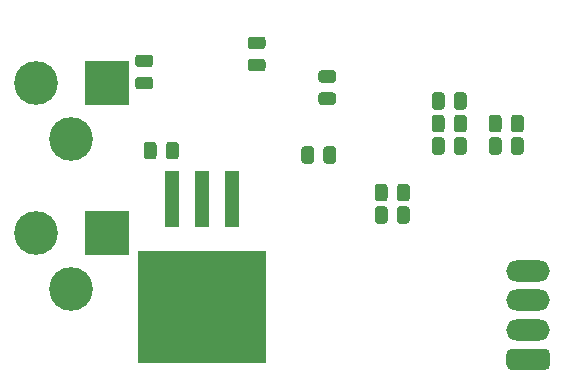
<source format=gbr>
%TF.GenerationSoftware,KiCad,Pcbnew,(5.1.6)-1*%
%TF.CreationDate,2020-10-06T09:22:05-05:00*%
%TF.ProjectId,desk_lamp,6465736b-5f6c-4616-9d70-2e6b69636164,rev?*%
%TF.SameCoordinates,Original*%
%TF.FileFunction,Soldermask,Bot*%
%TF.FilePolarity,Negative*%
%FSLAX46Y46*%
G04 Gerber Fmt 4.6, Leading zero omitted, Abs format (unit mm)*
G04 Created by KiCad (PCBNEW (5.1.6)-1) date 2020-10-06 09:22:05*
%MOMM*%
%LPD*%
G01*
G04 APERTURE LIST*
%ADD10C,3.701600*%
%ADD11R,3.701600X3.701600*%
%ADD12O,3.701600X1.801600*%
%ADD13R,10.901600X9.501600*%
%ADD14R,1.201600X4.701600*%
G04 APERTURE END LIST*
D10*
%TO.C,J2*%
X60754000Y-47626000D03*
X57754000Y-42926000D03*
D11*
X63754000Y-42926000D03*
%TD*%
D10*
%TO.C,J1*%
X60754000Y-34926000D03*
X57754000Y-30226000D03*
D11*
X63754000Y-30226000D03*
%TD*%
D12*
%TO.C,J3*%
X99448000Y-46126000D03*
X99448000Y-48626000D03*
X99448000Y-51126000D03*
G36*
G01*
X100848400Y-54526800D02*
X98047600Y-54526800D01*
G75*
G02*
X97597200Y-54076400I0J450400D01*
G01*
X97597200Y-53175600D01*
G75*
G02*
X98047600Y-52725200I450400J0D01*
G01*
X100848400Y-52725200D01*
G75*
G02*
X101298800Y-53175600I0J-450400D01*
G01*
X101298800Y-54076400D01*
G75*
G02*
X100848400Y-54526800I-450400J0D01*
G01*
G37*
%TD*%
%TO.C,R9*%
G36*
G01*
X92359300Y-33173350D02*
X92359300Y-34136650D01*
G75*
G02*
X92090150Y-34405800I-269150J0D01*
G01*
X91551850Y-34405800D01*
G75*
G02*
X91282700Y-34136650I0J269150D01*
G01*
X91282700Y-33173350D01*
G75*
G02*
X91551850Y-32904200I269150J0D01*
G01*
X92090150Y-32904200D01*
G75*
G02*
X92359300Y-33173350I0J-269150D01*
G01*
G37*
G36*
G01*
X94234300Y-33173350D02*
X94234300Y-34136650D01*
G75*
G02*
X93965150Y-34405800I-269150J0D01*
G01*
X93426850Y-34405800D01*
G75*
G02*
X93157700Y-34136650I0J269150D01*
G01*
X93157700Y-33173350D01*
G75*
G02*
X93426850Y-32904200I269150J0D01*
G01*
X93965150Y-32904200D01*
G75*
G02*
X94234300Y-33173350I0J-269150D01*
G01*
G37*
%TD*%
%TO.C,R8*%
G36*
G01*
X92359300Y-35078350D02*
X92359300Y-36041650D01*
G75*
G02*
X92090150Y-36310800I-269150J0D01*
G01*
X91551850Y-36310800D01*
G75*
G02*
X91282700Y-36041650I0J269150D01*
G01*
X91282700Y-35078350D01*
G75*
G02*
X91551850Y-34809200I269150J0D01*
G01*
X92090150Y-34809200D01*
G75*
G02*
X92359300Y-35078350I0J-269150D01*
G01*
G37*
G36*
G01*
X94234300Y-35078350D02*
X94234300Y-36041650D01*
G75*
G02*
X93965150Y-36310800I-269150J0D01*
G01*
X93426850Y-36310800D01*
G75*
G02*
X93157700Y-36041650I0J269150D01*
G01*
X93157700Y-35078350D01*
G75*
G02*
X93426850Y-34809200I269150J0D01*
G01*
X93965150Y-34809200D01*
G75*
G02*
X94234300Y-35078350I0J-269150D01*
G01*
G37*
%TD*%
%TO.C,R7*%
G36*
G01*
X97983700Y-34136650D02*
X97983700Y-33173350D01*
G75*
G02*
X98252850Y-32904200I269150J0D01*
G01*
X98791150Y-32904200D01*
G75*
G02*
X99060300Y-33173350I0J-269150D01*
G01*
X99060300Y-34136650D01*
G75*
G02*
X98791150Y-34405800I-269150J0D01*
G01*
X98252850Y-34405800D01*
G75*
G02*
X97983700Y-34136650I0J269150D01*
G01*
G37*
G36*
G01*
X96108700Y-34136650D02*
X96108700Y-33173350D01*
G75*
G02*
X96377850Y-32904200I269150J0D01*
G01*
X96916150Y-32904200D01*
G75*
G02*
X97185300Y-33173350I0J-269150D01*
G01*
X97185300Y-34136650D01*
G75*
G02*
X96916150Y-34405800I-269150J0D01*
G01*
X96377850Y-34405800D01*
G75*
G02*
X96108700Y-34136650I0J269150D01*
G01*
G37*
%TD*%
%TO.C,R6*%
G36*
G01*
X97983700Y-36041650D02*
X97983700Y-35078350D01*
G75*
G02*
X98252850Y-34809200I269150J0D01*
G01*
X98791150Y-34809200D01*
G75*
G02*
X99060300Y-35078350I0J-269150D01*
G01*
X99060300Y-36041650D01*
G75*
G02*
X98791150Y-36310800I-269150J0D01*
G01*
X98252850Y-36310800D01*
G75*
G02*
X97983700Y-36041650I0J269150D01*
G01*
G37*
G36*
G01*
X96108700Y-36041650D02*
X96108700Y-35078350D01*
G75*
G02*
X96377850Y-34809200I269150J0D01*
G01*
X96916150Y-34809200D01*
G75*
G02*
X97185300Y-35078350I0J-269150D01*
G01*
X97185300Y-36041650D01*
G75*
G02*
X96916150Y-36310800I-269150J0D01*
G01*
X96377850Y-36310800D01*
G75*
G02*
X96108700Y-36041650I0J269150D01*
G01*
G37*
%TD*%
%TO.C,R5*%
G36*
G01*
X92359300Y-31268350D02*
X92359300Y-32231650D01*
G75*
G02*
X92090150Y-32500800I-269150J0D01*
G01*
X91551850Y-32500800D01*
G75*
G02*
X91282700Y-32231650I0J269150D01*
G01*
X91282700Y-31268350D01*
G75*
G02*
X91551850Y-30999200I269150J0D01*
G01*
X92090150Y-30999200D01*
G75*
G02*
X92359300Y-31268350I0J-269150D01*
G01*
G37*
G36*
G01*
X94234300Y-31268350D02*
X94234300Y-32231650D01*
G75*
G02*
X93965150Y-32500800I-269150J0D01*
G01*
X93426850Y-32500800D01*
G75*
G02*
X93157700Y-32231650I0J269150D01*
G01*
X93157700Y-31268350D01*
G75*
G02*
X93426850Y-30999200I269150J0D01*
G01*
X93965150Y-30999200D01*
G75*
G02*
X94234300Y-31268350I0J-269150D01*
G01*
G37*
%TD*%
%TO.C,R4*%
G36*
G01*
X87533300Y-40920350D02*
X87533300Y-41883650D01*
G75*
G02*
X87264150Y-42152800I-269150J0D01*
G01*
X86725850Y-42152800D01*
G75*
G02*
X86456700Y-41883650I0J269150D01*
G01*
X86456700Y-40920350D01*
G75*
G02*
X86725850Y-40651200I269150J0D01*
G01*
X87264150Y-40651200D01*
G75*
G02*
X87533300Y-40920350I0J-269150D01*
G01*
G37*
G36*
G01*
X89408300Y-40920350D02*
X89408300Y-41883650D01*
G75*
G02*
X89139150Y-42152800I-269150J0D01*
G01*
X88600850Y-42152800D01*
G75*
G02*
X88331700Y-41883650I0J269150D01*
G01*
X88331700Y-40920350D01*
G75*
G02*
X88600850Y-40651200I269150J0D01*
G01*
X89139150Y-40651200D01*
G75*
G02*
X89408300Y-40920350I0J-269150D01*
G01*
G37*
%TD*%
%TO.C,R3*%
G36*
G01*
X87533300Y-39015350D02*
X87533300Y-39978650D01*
G75*
G02*
X87264150Y-40247800I-269150J0D01*
G01*
X86725850Y-40247800D01*
G75*
G02*
X86456700Y-39978650I0J269150D01*
G01*
X86456700Y-39015350D01*
G75*
G02*
X86725850Y-38746200I269150J0D01*
G01*
X87264150Y-38746200D01*
G75*
G02*
X87533300Y-39015350I0J-269150D01*
G01*
G37*
G36*
G01*
X89408300Y-39015350D02*
X89408300Y-39978650D01*
G75*
G02*
X89139150Y-40247800I-269150J0D01*
G01*
X88600850Y-40247800D01*
G75*
G02*
X88331700Y-39978650I0J269150D01*
G01*
X88331700Y-39015350D01*
G75*
G02*
X88600850Y-38746200I269150J0D01*
G01*
X89139150Y-38746200D01*
G75*
G02*
X89408300Y-39015350I0J-269150D01*
G01*
G37*
%TD*%
%TO.C,R2*%
G36*
G01*
X68773700Y-36422650D02*
X68773700Y-35459350D01*
G75*
G02*
X69042850Y-35190200I269150J0D01*
G01*
X69581150Y-35190200D01*
G75*
G02*
X69850300Y-35459350I0J-269150D01*
G01*
X69850300Y-36422650D01*
G75*
G02*
X69581150Y-36691800I-269150J0D01*
G01*
X69042850Y-36691800D01*
G75*
G02*
X68773700Y-36422650I0J269150D01*
G01*
G37*
G36*
G01*
X66898700Y-36422650D02*
X66898700Y-35459350D01*
G75*
G02*
X67167850Y-35190200I269150J0D01*
G01*
X67706150Y-35190200D01*
G75*
G02*
X67975300Y-35459350I0J-269150D01*
G01*
X67975300Y-36422650D01*
G75*
G02*
X67706150Y-36691800I-269150J0D01*
G01*
X67167850Y-36691800D01*
G75*
G02*
X66898700Y-36422650I0J269150D01*
G01*
G37*
%TD*%
%TO.C,R1*%
G36*
G01*
X82108700Y-36803650D02*
X82108700Y-35840350D01*
G75*
G02*
X82377850Y-35571200I269150J0D01*
G01*
X82916150Y-35571200D01*
G75*
G02*
X83185300Y-35840350I0J-269150D01*
G01*
X83185300Y-36803650D01*
G75*
G02*
X82916150Y-37072800I-269150J0D01*
G01*
X82377850Y-37072800D01*
G75*
G02*
X82108700Y-36803650I0J269150D01*
G01*
G37*
G36*
G01*
X80233700Y-36803650D02*
X80233700Y-35840350D01*
G75*
G02*
X80502850Y-35571200I269150J0D01*
G01*
X81041150Y-35571200D01*
G75*
G02*
X81310300Y-35840350I0J-269150D01*
G01*
X81310300Y-36803650D01*
G75*
G02*
X81041150Y-37072800I-269150J0D01*
G01*
X80502850Y-37072800D01*
G75*
G02*
X80233700Y-36803650I0J269150D01*
G01*
G37*
%TD*%
D13*
%TO.C,Q2*%
X71863000Y-49161000D03*
D14*
X74403000Y-40011000D03*
X71863000Y-40011000D03*
X69323000Y-40011000D03*
%TD*%
%TO.C,C3*%
G36*
G01*
X82904650Y-30207800D02*
X81941350Y-30207800D01*
G75*
G02*
X81672200Y-29938650I0J269150D01*
G01*
X81672200Y-29400350D01*
G75*
G02*
X81941350Y-29131200I269150J0D01*
G01*
X82904650Y-29131200D01*
G75*
G02*
X83173800Y-29400350I0J-269150D01*
G01*
X83173800Y-29938650D01*
G75*
G02*
X82904650Y-30207800I-269150J0D01*
G01*
G37*
G36*
G01*
X82904650Y-32082800D02*
X81941350Y-32082800D01*
G75*
G02*
X81672200Y-31813650I0J269150D01*
G01*
X81672200Y-31275350D01*
G75*
G02*
X81941350Y-31006200I269150J0D01*
G01*
X82904650Y-31006200D01*
G75*
G02*
X83173800Y-31275350I0J-269150D01*
G01*
X83173800Y-31813650D01*
G75*
G02*
X82904650Y-32082800I-269150J0D01*
G01*
G37*
%TD*%
%TO.C,C2*%
G36*
G01*
X76935650Y-27365300D02*
X75972350Y-27365300D01*
G75*
G02*
X75703200Y-27096150I0J269150D01*
G01*
X75703200Y-26557850D01*
G75*
G02*
X75972350Y-26288700I269150J0D01*
G01*
X76935650Y-26288700D01*
G75*
G02*
X77204800Y-26557850I0J-269150D01*
G01*
X77204800Y-27096150D01*
G75*
G02*
X76935650Y-27365300I-269150J0D01*
G01*
G37*
G36*
G01*
X76935650Y-29240300D02*
X75972350Y-29240300D01*
G75*
G02*
X75703200Y-28971150I0J269150D01*
G01*
X75703200Y-28432850D01*
G75*
G02*
X75972350Y-28163700I269150J0D01*
G01*
X76935650Y-28163700D01*
G75*
G02*
X77204800Y-28432850I0J-269150D01*
G01*
X77204800Y-28971150D01*
G75*
G02*
X76935650Y-29240300I-269150J0D01*
G01*
G37*
%TD*%
%TO.C,C1*%
G36*
G01*
X67410650Y-28889300D02*
X66447350Y-28889300D01*
G75*
G02*
X66178200Y-28620150I0J269150D01*
G01*
X66178200Y-28081850D01*
G75*
G02*
X66447350Y-27812700I269150J0D01*
G01*
X67410650Y-27812700D01*
G75*
G02*
X67679800Y-28081850I0J-269150D01*
G01*
X67679800Y-28620150D01*
G75*
G02*
X67410650Y-28889300I-269150J0D01*
G01*
G37*
G36*
G01*
X67410650Y-30764300D02*
X66447350Y-30764300D01*
G75*
G02*
X66178200Y-30495150I0J269150D01*
G01*
X66178200Y-29956850D01*
G75*
G02*
X66447350Y-29687700I269150J0D01*
G01*
X67410650Y-29687700D01*
G75*
G02*
X67679800Y-29956850I0J-269150D01*
G01*
X67679800Y-30495150D01*
G75*
G02*
X67410650Y-30764300I-269150J0D01*
G01*
G37*
%TD*%
M02*

</source>
